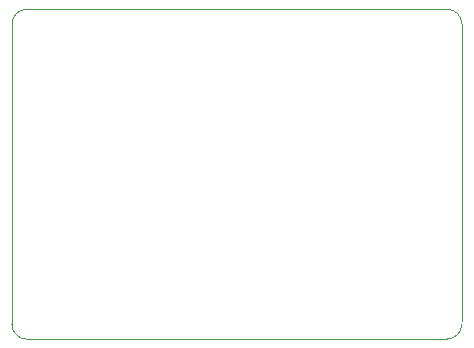
<source format=gbr>
G04 (created by PCBNEW (2013-05-16 BZR 4016)-stable) date 12/19/2013 7:04:03 PM*
%MOIN*%
G04 Gerber Fmt 3.4, Leading zero omitted, Abs format*
%FSLAX34Y34*%
G01*
G70*
G90*
G04 APERTURE LIST*
%ADD10C,0.00590551*%
%ADD11C,0.00393701*%
G04 APERTURE END LIST*
G54D10*
G54D11*
X54500Y-41000D02*
G75*
G03X55000Y-40500I0J500D01*
G74*
G01*
X55000Y-30500D02*
G75*
G03X54500Y-30000I-500J0D01*
G74*
G01*
X40000Y-40500D02*
G75*
G03X40500Y-41000I500J0D01*
G74*
G01*
X40500Y-30000D02*
G75*
G03X40000Y-30500I0J-500D01*
G74*
G01*
X54500Y-30000D02*
X40500Y-30000D01*
X55000Y-40400D02*
X55000Y-30500D01*
X40500Y-41000D02*
X54500Y-41000D01*
X40000Y-30500D02*
X40000Y-40500D01*
M02*

</source>
